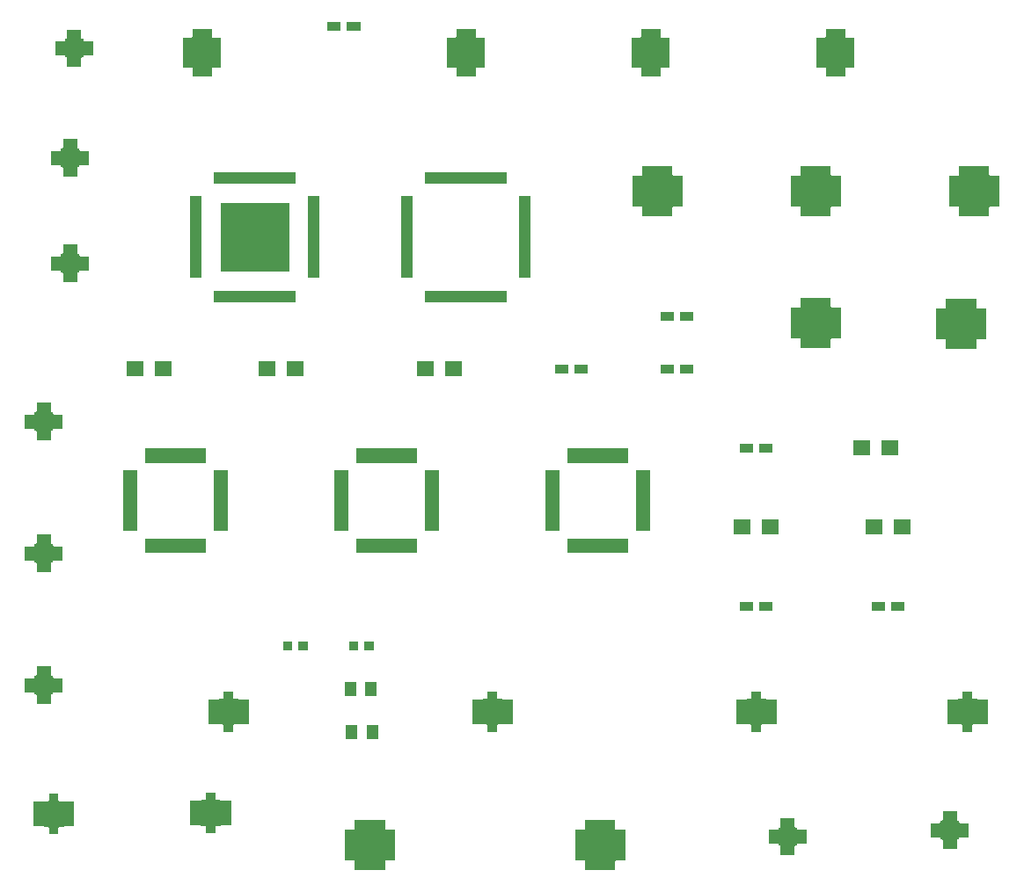
<source format=gbr>
G04 #@! TF.GenerationSoftware,KiCad,Pcbnew,(5.1.5)-3*
G04 #@! TF.CreationDate,2020-04-26T20:22:25+03:00*
G04 #@! TF.ProjectId,PCB soldering test board,50434220-736f-46c6-9465-72696e672074,rev?*
G04 #@! TF.SameCoordinates,Original*
G04 #@! TF.FileFunction,Soldermask,Top*
G04 #@! TF.FilePolarity,Negative*
%FSLAX46Y46*%
G04 Gerber Fmt 4.6, Leading zero omitted, Abs format (unit mm)*
G04 Created by KiCad (PCBNEW (5.1.5)-3) date 2020-04-26 20:22:25*
%MOMM*%
%LPD*%
G04 APERTURE LIST*
%ADD10C,0.100000*%
G04 APERTURE END LIST*
D10*
G36*
X118522140Y-120504021D02*
G01*
X118524542Y-120528407D01*
X118531655Y-120551856D01*
X118543206Y-120573467D01*
X118558751Y-120592409D01*
X118577693Y-120607954D01*
X118599304Y-120619505D01*
X118622753Y-120626618D01*
X118647139Y-120629020D01*
X119497140Y-120629020D01*
X119497140Y-123531020D01*
X118647139Y-123531020D01*
X118622753Y-123533422D01*
X118599304Y-123540535D01*
X118577693Y-123552086D01*
X118558751Y-123567631D01*
X118543206Y-123586573D01*
X118531655Y-123608184D01*
X118524542Y-123631633D01*
X118522140Y-123656019D01*
X118522140Y-124506020D01*
X115620140Y-124506020D01*
X115620140Y-123656019D01*
X115617738Y-123631633D01*
X115610625Y-123608184D01*
X115599074Y-123586573D01*
X115583529Y-123567631D01*
X115564587Y-123552086D01*
X115542976Y-123540535D01*
X115519527Y-123533422D01*
X115495141Y-123531020D01*
X114645140Y-123531020D01*
X114645140Y-120629020D01*
X115495141Y-120629020D01*
X115519527Y-120626618D01*
X115542976Y-120619505D01*
X115564587Y-120607954D01*
X115583529Y-120592409D01*
X115599074Y-120573467D01*
X115610625Y-120551856D01*
X115617738Y-120528407D01*
X115620140Y-120504021D01*
X115620140Y-119654020D01*
X118522140Y-119654020D01*
X118522140Y-120504021D01*
G37*
G36*
X96347940Y-120504021D02*
G01*
X96350342Y-120528407D01*
X96357455Y-120551856D01*
X96369006Y-120573467D01*
X96384551Y-120592409D01*
X96403493Y-120607954D01*
X96425104Y-120619505D01*
X96448553Y-120626618D01*
X96472939Y-120629020D01*
X97322940Y-120629020D01*
X97322940Y-123531020D01*
X96472939Y-123531020D01*
X96448553Y-123533422D01*
X96425104Y-123540535D01*
X96403493Y-123552086D01*
X96384551Y-123567631D01*
X96369006Y-123586573D01*
X96357455Y-123608184D01*
X96350342Y-123631633D01*
X96347940Y-123656019D01*
X96347940Y-124506020D01*
X93445940Y-124506020D01*
X93445940Y-123656019D01*
X93443538Y-123631633D01*
X93436425Y-123608184D01*
X93424874Y-123586573D01*
X93409329Y-123567631D01*
X93390387Y-123552086D01*
X93368776Y-123540535D01*
X93345327Y-123533422D01*
X93320941Y-123531020D01*
X92470940Y-123531020D01*
X92470940Y-120629020D01*
X93320941Y-120629020D01*
X93345327Y-120626618D01*
X93368776Y-120619505D01*
X93390387Y-120607954D01*
X93409329Y-120592409D01*
X93424874Y-120573467D01*
X93436425Y-120551856D01*
X93443538Y-120528407D01*
X93445940Y-120504021D01*
X93445940Y-119654020D01*
X96347940Y-119654020D01*
X96347940Y-120504021D01*
G37*
G36*
X135788760Y-120258601D02*
G01*
X135791162Y-120282987D01*
X135798275Y-120306436D01*
X135809826Y-120328047D01*
X135825371Y-120346989D01*
X135844313Y-120362534D01*
X135865924Y-120374085D01*
X135889373Y-120381198D01*
X135913759Y-120383600D01*
X135988760Y-120383600D01*
X135988760Y-120458601D01*
X135991162Y-120482987D01*
X135998275Y-120506436D01*
X136009826Y-120528047D01*
X136025371Y-120546989D01*
X136044313Y-120562534D01*
X136065924Y-120574085D01*
X136089373Y-120581198D01*
X136113759Y-120583600D01*
X136913760Y-120583600D01*
X136913760Y-121935600D01*
X136113759Y-121935600D01*
X136089373Y-121938002D01*
X136065924Y-121945115D01*
X136044313Y-121956666D01*
X136025371Y-121972211D01*
X136009826Y-121991153D01*
X135998275Y-122012764D01*
X135991162Y-122036213D01*
X135988760Y-122060599D01*
X135988760Y-122135600D01*
X135913759Y-122135600D01*
X135889373Y-122138002D01*
X135865924Y-122145115D01*
X135844313Y-122156666D01*
X135825371Y-122172211D01*
X135809826Y-122191153D01*
X135798275Y-122212764D01*
X135791162Y-122236213D01*
X135788760Y-122260599D01*
X135788760Y-123060600D01*
X134436760Y-123060600D01*
X134436760Y-122260599D01*
X134434358Y-122236213D01*
X134427245Y-122212764D01*
X134415694Y-122191153D01*
X134400149Y-122172211D01*
X134381207Y-122156666D01*
X134359596Y-122145115D01*
X134336147Y-122138002D01*
X134311761Y-122135600D01*
X134236760Y-122135600D01*
X134236760Y-122060599D01*
X134234358Y-122036213D01*
X134227245Y-122012764D01*
X134215694Y-121991153D01*
X134200149Y-121972211D01*
X134181207Y-121956666D01*
X134159596Y-121945115D01*
X134136147Y-121938002D01*
X134111761Y-121935600D01*
X133311760Y-121935600D01*
X133311760Y-120583600D01*
X134111761Y-120583600D01*
X134136147Y-120581198D01*
X134159596Y-120574085D01*
X134181207Y-120562534D01*
X134200149Y-120546989D01*
X134215694Y-120528047D01*
X134227245Y-120506436D01*
X134234358Y-120482987D01*
X134236760Y-120458601D01*
X134236760Y-120383600D01*
X134311761Y-120383600D01*
X134336147Y-120381198D01*
X134359596Y-120374085D01*
X134381207Y-120362534D01*
X134400149Y-120346989D01*
X134415694Y-120328047D01*
X134427245Y-120306436D01*
X134434358Y-120282987D01*
X134436760Y-120258601D01*
X134436760Y-119458600D01*
X135788760Y-119458600D01*
X135788760Y-120258601D01*
G37*
G36*
X151379280Y-119636301D02*
G01*
X151381682Y-119660687D01*
X151388795Y-119684136D01*
X151400346Y-119705747D01*
X151415891Y-119724689D01*
X151434833Y-119740234D01*
X151456444Y-119751785D01*
X151479893Y-119758898D01*
X151504279Y-119761300D01*
X151579280Y-119761300D01*
X151579280Y-119836301D01*
X151581682Y-119860687D01*
X151588795Y-119884136D01*
X151600346Y-119905747D01*
X151615891Y-119924689D01*
X151634833Y-119940234D01*
X151656444Y-119951785D01*
X151679893Y-119958898D01*
X151704279Y-119961300D01*
X152504280Y-119961300D01*
X152504280Y-121313300D01*
X151704279Y-121313300D01*
X151679893Y-121315702D01*
X151656444Y-121322815D01*
X151634833Y-121334366D01*
X151615891Y-121349911D01*
X151600346Y-121368853D01*
X151588795Y-121390464D01*
X151581682Y-121413913D01*
X151579280Y-121438299D01*
X151579280Y-121513300D01*
X151504279Y-121513300D01*
X151479893Y-121515702D01*
X151456444Y-121522815D01*
X151434833Y-121534366D01*
X151415891Y-121549911D01*
X151400346Y-121568853D01*
X151388795Y-121590464D01*
X151381682Y-121613913D01*
X151379280Y-121638299D01*
X151379280Y-122438300D01*
X150027280Y-122438300D01*
X150027280Y-121638299D01*
X150024878Y-121613913D01*
X150017765Y-121590464D01*
X150006214Y-121568853D01*
X149990669Y-121549911D01*
X149971727Y-121534366D01*
X149950116Y-121522815D01*
X149926667Y-121515702D01*
X149902281Y-121513300D01*
X149827280Y-121513300D01*
X149827280Y-121438299D01*
X149824878Y-121413913D01*
X149817765Y-121390464D01*
X149806214Y-121368853D01*
X149790669Y-121349911D01*
X149771727Y-121334366D01*
X149750116Y-121322815D01*
X149726667Y-121315702D01*
X149702281Y-121313300D01*
X148902280Y-121313300D01*
X148902280Y-119961300D01*
X149702281Y-119961300D01*
X149726667Y-119958898D01*
X149750116Y-119951785D01*
X149771727Y-119940234D01*
X149790669Y-119924689D01*
X149806214Y-119905747D01*
X149817765Y-119884136D01*
X149824878Y-119860687D01*
X149827280Y-119836301D01*
X149827280Y-119761300D01*
X149902281Y-119761300D01*
X149926667Y-119758898D01*
X149950116Y-119751785D01*
X149971727Y-119740234D01*
X149990669Y-119724689D01*
X150006214Y-119705747D01*
X150017765Y-119684136D01*
X150024878Y-119660687D01*
X150027280Y-119636301D01*
X150027280Y-118836300D01*
X151379280Y-118836300D01*
X151379280Y-119636301D01*
G37*
G36*
X64913820Y-117722061D02*
G01*
X64916222Y-117746447D01*
X64923335Y-117769896D01*
X64934886Y-117791507D01*
X64950431Y-117810449D01*
X64969373Y-117825994D01*
X64990984Y-117837545D01*
X65014433Y-117844658D01*
X65038819Y-117847060D01*
X65367509Y-117847060D01*
X65369886Y-117851507D01*
X65385431Y-117870449D01*
X65404373Y-117885994D01*
X65425984Y-117897545D01*
X65449433Y-117904658D01*
X65473819Y-117907060D01*
X66423820Y-117907060D01*
X66423820Y-120289060D01*
X65473819Y-120289060D01*
X65449433Y-120291462D01*
X65425984Y-120298575D01*
X65404373Y-120310126D01*
X65385431Y-120325671D01*
X65369886Y-120344613D01*
X65367509Y-120349060D01*
X65038819Y-120349060D01*
X65014433Y-120351462D01*
X64990984Y-120358575D01*
X64969373Y-120370126D01*
X64950431Y-120385671D01*
X64934886Y-120404613D01*
X64923335Y-120426224D01*
X64916222Y-120449673D01*
X64913820Y-120474059D01*
X64913820Y-121049060D01*
X64031820Y-121049060D01*
X64031820Y-120474059D01*
X64029418Y-120449673D01*
X64022305Y-120426224D01*
X64010754Y-120404613D01*
X63995209Y-120385671D01*
X63976267Y-120370126D01*
X63954656Y-120358575D01*
X63931207Y-120351462D01*
X63906821Y-120349060D01*
X63578131Y-120349060D01*
X63575754Y-120344613D01*
X63560209Y-120325671D01*
X63541267Y-120310126D01*
X63519656Y-120298575D01*
X63496207Y-120291462D01*
X63471821Y-120289060D01*
X62521820Y-120289060D01*
X62521820Y-117907060D01*
X63471821Y-117907060D01*
X63496207Y-117904658D01*
X63519656Y-117897545D01*
X63541267Y-117885994D01*
X63560209Y-117870449D01*
X63575754Y-117851507D01*
X63578131Y-117847060D01*
X63906821Y-117847060D01*
X63931207Y-117844658D01*
X63954656Y-117837545D01*
X63976267Y-117825994D01*
X63995209Y-117810449D01*
X64010754Y-117791507D01*
X64022305Y-117769896D01*
X64029418Y-117746447D01*
X64031820Y-117722061D01*
X64031820Y-117147060D01*
X64913820Y-117147060D01*
X64913820Y-117722061D01*
G37*
G36*
X80021740Y-117625541D02*
G01*
X80024142Y-117649927D01*
X80031255Y-117673376D01*
X80042806Y-117694987D01*
X80058351Y-117713929D01*
X80077293Y-117729474D01*
X80098904Y-117741025D01*
X80122353Y-117748138D01*
X80146739Y-117750540D01*
X80475429Y-117750540D01*
X80477806Y-117754987D01*
X80493351Y-117773929D01*
X80512293Y-117789474D01*
X80533904Y-117801025D01*
X80557353Y-117808138D01*
X80581739Y-117810540D01*
X81531740Y-117810540D01*
X81531740Y-120192540D01*
X80581739Y-120192540D01*
X80557353Y-120194942D01*
X80533904Y-120202055D01*
X80512293Y-120213606D01*
X80493351Y-120229151D01*
X80477806Y-120248093D01*
X80475429Y-120252540D01*
X80146739Y-120252540D01*
X80122353Y-120254942D01*
X80098904Y-120262055D01*
X80077293Y-120273606D01*
X80058351Y-120289151D01*
X80042806Y-120308093D01*
X80031255Y-120329704D01*
X80024142Y-120353153D01*
X80021740Y-120377539D01*
X80021740Y-120952540D01*
X79139740Y-120952540D01*
X79139740Y-120377539D01*
X79137338Y-120353153D01*
X79130225Y-120329704D01*
X79118674Y-120308093D01*
X79103129Y-120289151D01*
X79084187Y-120273606D01*
X79062576Y-120262055D01*
X79039127Y-120254942D01*
X79014741Y-120252540D01*
X78686051Y-120252540D01*
X78683674Y-120248093D01*
X78668129Y-120229151D01*
X78649187Y-120213606D01*
X78627576Y-120202055D01*
X78604127Y-120194942D01*
X78579741Y-120192540D01*
X77629740Y-120192540D01*
X77629740Y-117810540D01*
X78579741Y-117810540D01*
X78604127Y-117808138D01*
X78627576Y-117801025D01*
X78649187Y-117789474D01*
X78668129Y-117773929D01*
X78683674Y-117754987D01*
X78686051Y-117750540D01*
X79014741Y-117750540D01*
X79039127Y-117748138D01*
X79062576Y-117741025D01*
X79084187Y-117729474D01*
X79103129Y-117713929D01*
X79118674Y-117694987D01*
X79130225Y-117673376D01*
X79137338Y-117649927D01*
X79139740Y-117625541D01*
X79139740Y-117050540D01*
X80021740Y-117050540D01*
X80021740Y-117625541D01*
G37*
G36*
X93713880Y-111864500D02*
G01*
X92611880Y-111864500D01*
X92611880Y-110512500D01*
X93713880Y-110512500D01*
X93713880Y-111864500D01*
G37*
G36*
X95713880Y-111864500D02*
G01*
X94611880Y-111864500D01*
X94611880Y-110512500D01*
X95713880Y-110512500D01*
X95713880Y-111864500D01*
G37*
G36*
X152841000Y-107844001D02*
G01*
X152843402Y-107868387D01*
X152850515Y-107891836D01*
X152862066Y-107913447D01*
X152877611Y-107932389D01*
X152896553Y-107947934D01*
X152918164Y-107959485D01*
X152941613Y-107966598D01*
X152965999Y-107969000D01*
X153294689Y-107969000D01*
X153297066Y-107973447D01*
X153312611Y-107992389D01*
X153331553Y-108007934D01*
X153353164Y-108019485D01*
X153376613Y-108026598D01*
X153400999Y-108029000D01*
X154351000Y-108029000D01*
X154351000Y-110411000D01*
X153400999Y-110411000D01*
X153376613Y-110413402D01*
X153353164Y-110420515D01*
X153331553Y-110432066D01*
X153312611Y-110447611D01*
X153297066Y-110466553D01*
X153294689Y-110471000D01*
X152965999Y-110471000D01*
X152941613Y-110473402D01*
X152918164Y-110480515D01*
X152896553Y-110492066D01*
X152877611Y-110507611D01*
X152862066Y-110526553D01*
X152850515Y-110548164D01*
X152843402Y-110571613D01*
X152841000Y-110595999D01*
X152841000Y-111171000D01*
X151959000Y-111171000D01*
X151959000Y-110595999D01*
X151956598Y-110571613D01*
X151949485Y-110548164D01*
X151937934Y-110526553D01*
X151922389Y-110507611D01*
X151903447Y-110492066D01*
X151881836Y-110480515D01*
X151858387Y-110473402D01*
X151834001Y-110471000D01*
X151505311Y-110471000D01*
X151502934Y-110466553D01*
X151487389Y-110447611D01*
X151468447Y-110432066D01*
X151446836Y-110420515D01*
X151423387Y-110413402D01*
X151399001Y-110411000D01*
X150449000Y-110411000D01*
X150449000Y-108029000D01*
X151399001Y-108029000D01*
X151423387Y-108026598D01*
X151446836Y-108019485D01*
X151468447Y-108007934D01*
X151487389Y-107992389D01*
X151502934Y-107973447D01*
X151505311Y-107969000D01*
X151834001Y-107969000D01*
X151858387Y-107966598D01*
X151881836Y-107959485D01*
X151903447Y-107947934D01*
X151922389Y-107932389D01*
X151937934Y-107913447D01*
X151949485Y-107891836D01*
X151956598Y-107868387D01*
X151959000Y-107844001D01*
X151959000Y-107269000D01*
X152841000Y-107269000D01*
X152841000Y-107844001D01*
G37*
G36*
X81721000Y-107844001D02*
G01*
X81723402Y-107868387D01*
X81730515Y-107891836D01*
X81742066Y-107913447D01*
X81757611Y-107932389D01*
X81776553Y-107947934D01*
X81798164Y-107959485D01*
X81821613Y-107966598D01*
X81845999Y-107969000D01*
X82174689Y-107969000D01*
X82177066Y-107973447D01*
X82192611Y-107992389D01*
X82211553Y-108007934D01*
X82233164Y-108019485D01*
X82256613Y-108026598D01*
X82280999Y-108029000D01*
X83231000Y-108029000D01*
X83231000Y-110411000D01*
X82280999Y-110411000D01*
X82256613Y-110413402D01*
X82233164Y-110420515D01*
X82211553Y-110432066D01*
X82192611Y-110447611D01*
X82177066Y-110466553D01*
X82174689Y-110471000D01*
X81845999Y-110471000D01*
X81821613Y-110473402D01*
X81798164Y-110480515D01*
X81776553Y-110492066D01*
X81757611Y-110507611D01*
X81742066Y-110526553D01*
X81730515Y-110548164D01*
X81723402Y-110571613D01*
X81721000Y-110595999D01*
X81721000Y-111171000D01*
X80839000Y-111171000D01*
X80839000Y-110595999D01*
X80836598Y-110571613D01*
X80829485Y-110548164D01*
X80817934Y-110526553D01*
X80802389Y-110507611D01*
X80783447Y-110492066D01*
X80761836Y-110480515D01*
X80738387Y-110473402D01*
X80714001Y-110471000D01*
X80385311Y-110471000D01*
X80382934Y-110466553D01*
X80367389Y-110447611D01*
X80348447Y-110432066D01*
X80326836Y-110420515D01*
X80303387Y-110413402D01*
X80279001Y-110411000D01*
X79329000Y-110411000D01*
X79329000Y-108029000D01*
X80279001Y-108029000D01*
X80303387Y-108026598D01*
X80326836Y-108019485D01*
X80348447Y-108007934D01*
X80367389Y-107992389D01*
X80382934Y-107973447D01*
X80385311Y-107969000D01*
X80714001Y-107969000D01*
X80738387Y-107966598D01*
X80761836Y-107959485D01*
X80783447Y-107947934D01*
X80802389Y-107932389D01*
X80817934Y-107913447D01*
X80829485Y-107891836D01*
X80836598Y-107868387D01*
X80839000Y-107844001D01*
X80839000Y-107269000D01*
X81721000Y-107269000D01*
X81721000Y-107844001D01*
G37*
G36*
X107121000Y-107844001D02*
G01*
X107123402Y-107868387D01*
X107130515Y-107891836D01*
X107142066Y-107913447D01*
X107157611Y-107932389D01*
X107176553Y-107947934D01*
X107198164Y-107959485D01*
X107221613Y-107966598D01*
X107245999Y-107969000D01*
X107574689Y-107969000D01*
X107577066Y-107973447D01*
X107592611Y-107992389D01*
X107611553Y-108007934D01*
X107633164Y-108019485D01*
X107656613Y-108026598D01*
X107680999Y-108029000D01*
X108631000Y-108029000D01*
X108631000Y-110411000D01*
X107680999Y-110411000D01*
X107656613Y-110413402D01*
X107633164Y-110420515D01*
X107611553Y-110432066D01*
X107592611Y-110447611D01*
X107577066Y-110466553D01*
X107574689Y-110471000D01*
X107245999Y-110471000D01*
X107221613Y-110473402D01*
X107198164Y-110480515D01*
X107176553Y-110492066D01*
X107157611Y-110507611D01*
X107142066Y-110526553D01*
X107130515Y-110548164D01*
X107123402Y-110571613D01*
X107121000Y-110595999D01*
X107121000Y-111171000D01*
X106239000Y-111171000D01*
X106239000Y-110595999D01*
X106236598Y-110571613D01*
X106229485Y-110548164D01*
X106217934Y-110526553D01*
X106202389Y-110507611D01*
X106183447Y-110492066D01*
X106161836Y-110480515D01*
X106138387Y-110473402D01*
X106114001Y-110471000D01*
X105785311Y-110471000D01*
X105782934Y-110466553D01*
X105767389Y-110447611D01*
X105748447Y-110432066D01*
X105726836Y-110420515D01*
X105703387Y-110413402D01*
X105679001Y-110411000D01*
X104729000Y-110411000D01*
X104729000Y-108029000D01*
X105679001Y-108029000D01*
X105703387Y-108026598D01*
X105726836Y-108019485D01*
X105748447Y-108007934D01*
X105767389Y-107992389D01*
X105782934Y-107973447D01*
X105785311Y-107969000D01*
X106114001Y-107969000D01*
X106138387Y-107966598D01*
X106161836Y-107959485D01*
X106183447Y-107947934D01*
X106202389Y-107932389D01*
X106217934Y-107913447D01*
X106229485Y-107891836D01*
X106236598Y-107868387D01*
X106239000Y-107844001D01*
X106239000Y-107269000D01*
X107121000Y-107269000D01*
X107121000Y-107844001D01*
G37*
G36*
X132521000Y-107844001D02*
G01*
X132523402Y-107868387D01*
X132530515Y-107891836D01*
X132542066Y-107913447D01*
X132557611Y-107932389D01*
X132576553Y-107947934D01*
X132598164Y-107959485D01*
X132621613Y-107966598D01*
X132645999Y-107969000D01*
X132974689Y-107969000D01*
X132977066Y-107973447D01*
X132992611Y-107992389D01*
X133011553Y-108007934D01*
X133033164Y-108019485D01*
X133056613Y-108026598D01*
X133080999Y-108029000D01*
X134031000Y-108029000D01*
X134031000Y-110411000D01*
X133080999Y-110411000D01*
X133056613Y-110413402D01*
X133033164Y-110420515D01*
X133011553Y-110432066D01*
X132992611Y-110447611D01*
X132977066Y-110466553D01*
X132974689Y-110471000D01*
X132645999Y-110471000D01*
X132621613Y-110473402D01*
X132598164Y-110480515D01*
X132576553Y-110492066D01*
X132557611Y-110507611D01*
X132542066Y-110526553D01*
X132530515Y-110548164D01*
X132523402Y-110571613D01*
X132521000Y-110595999D01*
X132521000Y-111171000D01*
X131639000Y-111171000D01*
X131639000Y-110595999D01*
X131636598Y-110571613D01*
X131629485Y-110548164D01*
X131617934Y-110526553D01*
X131602389Y-110507611D01*
X131583447Y-110492066D01*
X131561836Y-110480515D01*
X131538387Y-110473402D01*
X131514001Y-110471000D01*
X131185311Y-110471000D01*
X131182934Y-110466553D01*
X131167389Y-110447611D01*
X131148447Y-110432066D01*
X131126836Y-110420515D01*
X131103387Y-110413402D01*
X131079001Y-110411000D01*
X130129000Y-110411000D01*
X130129000Y-108029000D01*
X131079001Y-108029000D01*
X131103387Y-108026598D01*
X131126836Y-108019485D01*
X131148447Y-108007934D01*
X131167389Y-107992389D01*
X131182934Y-107973447D01*
X131185311Y-107969000D01*
X131514001Y-107969000D01*
X131538387Y-107966598D01*
X131561836Y-107959485D01*
X131583447Y-107947934D01*
X131602389Y-107932389D01*
X131617934Y-107913447D01*
X131629485Y-107891836D01*
X131636598Y-107868387D01*
X131639000Y-107844001D01*
X131639000Y-107269000D01*
X132521000Y-107269000D01*
X132521000Y-107844001D01*
G37*
G36*
X64176000Y-105679001D02*
G01*
X64178402Y-105703387D01*
X64185515Y-105726836D01*
X64197066Y-105748447D01*
X64212611Y-105767389D01*
X64231553Y-105782934D01*
X64253164Y-105794485D01*
X64276613Y-105801598D01*
X64300999Y-105804000D01*
X64376000Y-105804000D01*
X64376000Y-105879001D01*
X64378402Y-105903387D01*
X64385515Y-105926836D01*
X64397066Y-105948447D01*
X64412611Y-105967389D01*
X64431553Y-105982934D01*
X64453164Y-105994485D01*
X64476613Y-106001598D01*
X64500999Y-106004000D01*
X65301000Y-106004000D01*
X65301000Y-107356000D01*
X64500999Y-107356000D01*
X64476613Y-107358402D01*
X64453164Y-107365515D01*
X64431553Y-107377066D01*
X64412611Y-107392611D01*
X64397066Y-107411553D01*
X64385515Y-107433164D01*
X64378402Y-107456613D01*
X64376000Y-107480999D01*
X64376000Y-107556000D01*
X64300999Y-107556000D01*
X64276613Y-107558402D01*
X64253164Y-107565515D01*
X64231553Y-107577066D01*
X64212611Y-107592611D01*
X64197066Y-107611553D01*
X64185515Y-107633164D01*
X64178402Y-107656613D01*
X64176000Y-107680999D01*
X64176000Y-108481000D01*
X62824000Y-108481000D01*
X62824000Y-107680999D01*
X62821598Y-107656613D01*
X62814485Y-107633164D01*
X62802934Y-107611553D01*
X62787389Y-107592611D01*
X62768447Y-107577066D01*
X62746836Y-107565515D01*
X62723387Y-107558402D01*
X62699001Y-107556000D01*
X62624000Y-107556000D01*
X62624000Y-107480999D01*
X62621598Y-107456613D01*
X62614485Y-107433164D01*
X62602934Y-107411553D01*
X62587389Y-107392611D01*
X62568447Y-107377066D01*
X62546836Y-107365515D01*
X62523387Y-107358402D01*
X62499001Y-107356000D01*
X61699000Y-107356000D01*
X61699000Y-106004000D01*
X62499001Y-106004000D01*
X62523387Y-106001598D01*
X62546836Y-105994485D01*
X62568447Y-105982934D01*
X62587389Y-105967389D01*
X62602934Y-105948447D01*
X62614485Y-105926836D01*
X62621598Y-105903387D01*
X62624000Y-105879001D01*
X62624000Y-105804000D01*
X62699001Y-105804000D01*
X62723387Y-105801598D01*
X62746836Y-105794485D01*
X62768447Y-105782934D01*
X62787389Y-105767389D01*
X62802934Y-105748447D01*
X62814485Y-105726836D01*
X62821598Y-105703387D01*
X62824000Y-105679001D01*
X62824000Y-104879000D01*
X64176000Y-104879000D01*
X64176000Y-105679001D01*
G37*
G36*
X93574180Y-107737000D02*
G01*
X92472180Y-107737000D01*
X92472180Y-106385000D01*
X93574180Y-106385000D01*
X93574180Y-107737000D01*
G37*
G36*
X95574180Y-107737000D02*
G01*
X94472180Y-107737000D01*
X94472180Y-106385000D01*
X95574180Y-106385000D01*
X95574180Y-107737000D01*
G37*
G36*
X93792760Y-103359500D02*
G01*
X92890760Y-103359500D01*
X92890760Y-102507500D01*
X93792760Y-102507500D01*
X93792760Y-103359500D01*
G37*
G36*
X95292760Y-103359500D02*
G01*
X94390760Y-103359500D01*
X94390760Y-102507500D01*
X95292760Y-102507500D01*
X95292760Y-103359500D01*
G37*
G36*
X88924980Y-103288380D02*
G01*
X88022980Y-103288380D01*
X88022980Y-102436380D01*
X88924980Y-102436380D01*
X88924980Y-103288380D01*
G37*
G36*
X87424980Y-103288380D02*
G01*
X86522980Y-103288380D01*
X86522980Y-102436380D01*
X87424980Y-102436380D01*
X87424980Y-103288380D01*
G37*
G36*
X146381000Y-99486000D02*
G01*
X145079000Y-99486000D01*
X145079000Y-98634000D01*
X146381000Y-98634000D01*
X146381000Y-99486000D01*
G37*
G36*
X144481000Y-99486000D02*
G01*
X143179000Y-99486000D01*
X143179000Y-98634000D01*
X144481000Y-98634000D01*
X144481000Y-99486000D01*
G37*
G36*
X133681000Y-99486000D02*
G01*
X132379000Y-99486000D01*
X132379000Y-98634000D01*
X133681000Y-98634000D01*
X133681000Y-99486000D01*
G37*
G36*
X131781000Y-99486000D02*
G01*
X130479000Y-99486000D01*
X130479000Y-98634000D01*
X131781000Y-98634000D01*
X131781000Y-99486000D01*
G37*
G36*
X64176000Y-92979001D02*
G01*
X64178402Y-93003387D01*
X64185515Y-93026836D01*
X64197066Y-93048447D01*
X64212611Y-93067389D01*
X64231553Y-93082934D01*
X64253164Y-93094485D01*
X64276613Y-93101598D01*
X64300999Y-93104000D01*
X64376000Y-93104000D01*
X64376000Y-93179001D01*
X64378402Y-93203387D01*
X64385515Y-93226836D01*
X64397066Y-93248447D01*
X64412611Y-93267389D01*
X64431553Y-93282934D01*
X64453164Y-93294485D01*
X64476613Y-93301598D01*
X64500999Y-93304000D01*
X65301000Y-93304000D01*
X65301000Y-94656000D01*
X64500999Y-94656000D01*
X64476613Y-94658402D01*
X64453164Y-94665515D01*
X64431553Y-94677066D01*
X64412611Y-94692611D01*
X64397066Y-94711553D01*
X64385515Y-94733164D01*
X64378402Y-94756613D01*
X64376000Y-94780999D01*
X64376000Y-94856000D01*
X64300999Y-94856000D01*
X64276613Y-94858402D01*
X64253164Y-94865515D01*
X64231553Y-94877066D01*
X64212611Y-94892611D01*
X64197066Y-94911553D01*
X64185515Y-94933164D01*
X64178402Y-94956613D01*
X64176000Y-94980999D01*
X64176000Y-95781000D01*
X62824000Y-95781000D01*
X62824000Y-94980999D01*
X62821598Y-94956613D01*
X62814485Y-94933164D01*
X62802934Y-94911553D01*
X62787389Y-94892611D01*
X62768447Y-94877066D01*
X62746836Y-94865515D01*
X62723387Y-94858402D01*
X62699001Y-94856000D01*
X62624000Y-94856000D01*
X62624000Y-94780999D01*
X62621598Y-94756613D01*
X62614485Y-94733164D01*
X62602934Y-94711553D01*
X62587389Y-94692611D01*
X62568447Y-94677066D01*
X62546836Y-94665515D01*
X62523387Y-94658402D01*
X62499001Y-94656000D01*
X61699000Y-94656000D01*
X61699000Y-93304000D01*
X62499001Y-93304000D01*
X62523387Y-93301598D01*
X62546836Y-93294485D01*
X62568447Y-93282934D01*
X62587389Y-93267389D01*
X62602934Y-93248447D01*
X62614485Y-93226836D01*
X62621598Y-93203387D01*
X62624000Y-93179001D01*
X62624000Y-93104000D01*
X62699001Y-93104000D01*
X62723387Y-93101598D01*
X62746836Y-93094485D01*
X62768447Y-93082934D01*
X62787389Y-93067389D01*
X62802934Y-93048447D01*
X62814485Y-93026836D01*
X62821598Y-93003387D01*
X62824000Y-92979001D01*
X62824000Y-92179000D01*
X64176000Y-92179000D01*
X64176000Y-92979001D01*
G37*
G36*
X99446000Y-93951000D02*
G01*
X93594000Y-93951000D01*
X93594000Y-92549000D01*
X99446000Y-92549000D01*
X99446000Y-93951000D01*
G37*
G36*
X119766000Y-93951000D02*
G01*
X113914000Y-93951000D01*
X113914000Y-92549000D01*
X119766000Y-92549000D01*
X119766000Y-93951000D01*
G37*
G36*
X79126000Y-93951000D02*
G01*
X73274000Y-93951000D01*
X73274000Y-92549000D01*
X79126000Y-92549000D01*
X79126000Y-93951000D01*
G37*
G36*
X146931000Y-92141000D02*
G01*
X145329000Y-92141000D01*
X145329000Y-90739000D01*
X146931000Y-90739000D01*
X146931000Y-92141000D01*
G37*
G36*
X131531000Y-92141000D02*
G01*
X129929000Y-92141000D01*
X129929000Y-90739000D01*
X131531000Y-90739000D01*
X131531000Y-92141000D01*
G37*
G36*
X134231000Y-92141000D02*
G01*
X132629000Y-92141000D01*
X132629000Y-90739000D01*
X134231000Y-90739000D01*
X134231000Y-92141000D01*
G37*
G36*
X144231000Y-92141000D02*
G01*
X142629000Y-92141000D01*
X142629000Y-90739000D01*
X144231000Y-90739000D01*
X144231000Y-92141000D01*
G37*
G36*
X72551000Y-91826000D02*
G01*
X71149000Y-91826000D01*
X71149000Y-85974000D01*
X72551000Y-85974000D01*
X72551000Y-91826000D01*
G37*
G36*
X113191000Y-91826000D02*
G01*
X111789000Y-91826000D01*
X111789000Y-85974000D01*
X113191000Y-85974000D01*
X113191000Y-91826000D01*
G37*
G36*
X121891000Y-91826000D02*
G01*
X120489000Y-91826000D01*
X120489000Y-85974000D01*
X121891000Y-85974000D01*
X121891000Y-91826000D01*
G37*
G36*
X101571000Y-91826000D02*
G01*
X100169000Y-91826000D01*
X100169000Y-85974000D01*
X101571000Y-85974000D01*
X101571000Y-91826000D01*
G37*
G36*
X81251000Y-91826000D02*
G01*
X79849000Y-91826000D01*
X79849000Y-85974000D01*
X81251000Y-85974000D01*
X81251000Y-91826000D01*
G37*
G36*
X92871000Y-91826000D02*
G01*
X91469000Y-91826000D01*
X91469000Y-85974000D01*
X92871000Y-85974000D01*
X92871000Y-91826000D01*
G37*
G36*
X99446000Y-85251000D02*
G01*
X93594000Y-85251000D01*
X93594000Y-83849000D01*
X99446000Y-83849000D01*
X99446000Y-85251000D01*
G37*
G36*
X79126000Y-85251000D02*
G01*
X73274000Y-85251000D01*
X73274000Y-83849000D01*
X79126000Y-83849000D01*
X79126000Y-85251000D01*
G37*
G36*
X119766000Y-85251000D02*
G01*
X113914000Y-85251000D01*
X113914000Y-83849000D01*
X119766000Y-83849000D01*
X119766000Y-85251000D01*
G37*
G36*
X145741000Y-84521000D02*
G01*
X144139000Y-84521000D01*
X144139000Y-83119000D01*
X145741000Y-83119000D01*
X145741000Y-84521000D01*
G37*
G36*
X143041000Y-84521000D02*
G01*
X141439000Y-84521000D01*
X141439000Y-83119000D01*
X143041000Y-83119000D01*
X143041000Y-84521000D01*
G37*
G36*
X133681000Y-84246000D02*
G01*
X132379000Y-84246000D01*
X132379000Y-83394000D01*
X133681000Y-83394000D01*
X133681000Y-84246000D01*
G37*
G36*
X131781000Y-84246000D02*
G01*
X130479000Y-84246000D01*
X130479000Y-83394000D01*
X131781000Y-83394000D01*
X131781000Y-84246000D01*
G37*
G36*
X64176000Y-80279001D02*
G01*
X64178402Y-80303387D01*
X64185515Y-80326836D01*
X64197066Y-80348447D01*
X64212611Y-80367389D01*
X64231553Y-80382934D01*
X64253164Y-80394485D01*
X64276613Y-80401598D01*
X64300999Y-80404000D01*
X64376000Y-80404000D01*
X64376000Y-80479001D01*
X64378402Y-80503387D01*
X64385515Y-80526836D01*
X64397066Y-80548447D01*
X64412611Y-80567389D01*
X64431553Y-80582934D01*
X64453164Y-80594485D01*
X64476613Y-80601598D01*
X64500999Y-80604000D01*
X65301000Y-80604000D01*
X65301000Y-81956000D01*
X64500999Y-81956000D01*
X64476613Y-81958402D01*
X64453164Y-81965515D01*
X64431553Y-81977066D01*
X64412611Y-81992611D01*
X64397066Y-82011553D01*
X64385515Y-82033164D01*
X64378402Y-82056613D01*
X64376000Y-82080999D01*
X64376000Y-82156000D01*
X64300999Y-82156000D01*
X64276613Y-82158402D01*
X64253164Y-82165515D01*
X64231553Y-82177066D01*
X64212611Y-82192611D01*
X64197066Y-82211553D01*
X64185515Y-82233164D01*
X64178402Y-82256613D01*
X64176000Y-82280999D01*
X64176000Y-83081000D01*
X62824000Y-83081000D01*
X62824000Y-82280999D01*
X62821598Y-82256613D01*
X62814485Y-82233164D01*
X62802934Y-82211553D01*
X62787389Y-82192611D01*
X62768447Y-82177066D01*
X62746836Y-82165515D01*
X62723387Y-82158402D01*
X62699001Y-82156000D01*
X62624000Y-82156000D01*
X62624000Y-82080999D01*
X62621598Y-82056613D01*
X62614485Y-82033164D01*
X62602934Y-82011553D01*
X62587389Y-81992611D01*
X62568447Y-81977066D01*
X62546836Y-81965515D01*
X62523387Y-81958402D01*
X62499001Y-81956000D01*
X61699000Y-81956000D01*
X61699000Y-80604000D01*
X62499001Y-80604000D01*
X62523387Y-80601598D01*
X62546836Y-80594485D01*
X62568447Y-80582934D01*
X62587389Y-80567389D01*
X62602934Y-80548447D01*
X62614485Y-80526836D01*
X62621598Y-80503387D01*
X62624000Y-80479001D01*
X62624000Y-80404000D01*
X62699001Y-80404000D01*
X62723387Y-80401598D01*
X62746836Y-80394485D01*
X62768447Y-80382934D01*
X62787389Y-80367389D01*
X62802934Y-80348447D01*
X62814485Y-80326836D01*
X62821598Y-80303387D01*
X62824000Y-80279001D01*
X62824000Y-79479000D01*
X64176000Y-79479000D01*
X64176000Y-80279001D01*
G37*
G36*
X101051000Y-76901000D02*
G01*
X99449000Y-76901000D01*
X99449000Y-75499000D01*
X101051000Y-75499000D01*
X101051000Y-76901000D01*
G37*
G36*
X73111000Y-76901000D02*
G01*
X71509000Y-76901000D01*
X71509000Y-75499000D01*
X73111000Y-75499000D01*
X73111000Y-76901000D01*
G37*
G36*
X75811000Y-76901000D02*
G01*
X74209000Y-76901000D01*
X74209000Y-75499000D01*
X75811000Y-75499000D01*
X75811000Y-76901000D01*
G37*
G36*
X85811000Y-76901000D02*
G01*
X84209000Y-76901000D01*
X84209000Y-75499000D01*
X85811000Y-75499000D01*
X85811000Y-76901000D01*
G37*
G36*
X88511000Y-76901000D02*
G01*
X86909000Y-76901000D01*
X86909000Y-75499000D01*
X88511000Y-75499000D01*
X88511000Y-76901000D01*
G37*
G36*
X103751000Y-76901000D02*
G01*
X102149000Y-76901000D01*
X102149000Y-75499000D01*
X103751000Y-75499000D01*
X103751000Y-76901000D01*
G37*
G36*
X115901000Y-76626000D02*
G01*
X114599000Y-76626000D01*
X114599000Y-75774000D01*
X115901000Y-75774000D01*
X115901000Y-76626000D01*
G37*
G36*
X126061000Y-76626000D02*
G01*
X124759000Y-76626000D01*
X124759000Y-75774000D01*
X126061000Y-75774000D01*
X126061000Y-76626000D01*
G37*
G36*
X114001000Y-76626000D02*
G01*
X112699000Y-76626000D01*
X112699000Y-75774000D01*
X114001000Y-75774000D01*
X114001000Y-76626000D01*
G37*
G36*
X124161000Y-76626000D02*
G01*
X122859000Y-76626000D01*
X122859000Y-75774000D01*
X124161000Y-75774000D01*
X124161000Y-76626000D01*
G37*
G36*
X153261000Y-70294001D02*
G01*
X153263402Y-70318387D01*
X153270515Y-70341836D01*
X153282066Y-70363447D01*
X153297611Y-70382389D01*
X153316553Y-70397934D01*
X153338164Y-70409485D01*
X153361613Y-70416598D01*
X153385999Y-70419000D01*
X154236000Y-70419000D01*
X154236000Y-73321000D01*
X153385999Y-73321000D01*
X153361613Y-73323402D01*
X153338164Y-73330515D01*
X153316553Y-73342066D01*
X153297611Y-73357611D01*
X153282066Y-73376553D01*
X153270515Y-73398164D01*
X153263402Y-73421613D01*
X153261000Y-73445999D01*
X153261000Y-74296000D01*
X150359000Y-74296000D01*
X150359000Y-73445999D01*
X150356598Y-73421613D01*
X150349485Y-73398164D01*
X150337934Y-73376553D01*
X150322389Y-73357611D01*
X150303447Y-73342066D01*
X150281836Y-73330515D01*
X150258387Y-73323402D01*
X150234001Y-73321000D01*
X149384000Y-73321000D01*
X149384000Y-70419000D01*
X150234001Y-70419000D01*
X150258387Y-70416598D01*
X150281836Y-70409485D01*
X150303447Y-70397934D01*
X150322389Y-70382389D01*
X150337934Y-70363447D01*
X150349485Y-70341836D01*
X150356598Y-70318387D01*
X150359000Y-70294001D01*
X150359000Y-69444000D01*
X153261000Y-69444000D01*
X153261000Y-70294001D01*
G37*
G36*
X139261000Y-70194001D02*
G01*
X139263402Y-70218387D01*
X139270515Y-70241836D01*
X139282066Y-70263447D01*
X139297611Y-70282389D01*
X139316553Y-70297934D01*
X139338164Y-70309485D01*
X139361613Y-70316598D01*
X139385999Y-70319000D01*
X140236000Y-70319000D01*
X140236000Y-73221000D01*
X139385999Y-73221000D01*
X139361613Y-73223402D01*
X139338164Y-73230515D01*
X139316553Y-73242066D01*
X139297611Y-73257611D01*
X139282066Y-73276553D01*
X139270515Y-73298164D01*
X139263402Y-73321613D01*
X139261000Y-73345999D01*
X139261000Y-74196000D01*
X136359000Y-74196000D01*
X136359000Y-73345999D01*
X136356598Y-73321613D01*
X136349485Y-73298164D01*
X136337934Y-73276553D01*
X136322389Y-73257611D01*
X136303447Y-73242066D01*
X136281836Y-73230515D01*
X136258387Y-73223402D01*
X136234001Y-73221000D01*
X135384000Y-73221000D01*
X135384000Y-70319000D01*
X136234001Y-70319000D01*
X136258387Y-70316598D01*
X136281836Y-70309485D01*
X136303447Y-70297934D01*
X136322389Y-70282389D01*
X136337934Y-70263447D01*
X136349485Y-70241836D01*
X136356598Y-70218387D01*
X136359000Y-70194001D01*
X136359000Y-69344000D01*
X139261000Y-69344000D01*
X139261000Y-70194001D01*
G37*
G36*
X126061000Y-71546000D02*
G01*
X124759000Y-71546000D01*
X124759000Y-70694000D01*
X126061000Y-70694000D01*
X126061000Y-71546000D01*
G37*
G36*
X124161000Y-71546000D02*
G01*
X122859000Y-71546000D01*
X122859000Y-70694000D01*
X124161000Y-70694000D01*
X124161000Y-71546000D01*
G37*
G36*
X87746000Y-69751000D02*
G01*
X79894000Y-69751000D01*
X79894000Y-68649000D01*
X87746000Y-68649000D01*
X87746000Y-69751000D01*
G37*
G36*
X108066000Y-69751000D02*
G01*
X100214000Y-69751000D01*
X100214000Y-68649000D01*
X108066000Y-68649000D01*
X108066000Y-69751000D01*
G37*
G36*
X66716000Y-65039001D02*
G01*
X66718402Y-65063387D01*
X66725515Y-65086836D01*
X66737066Y-65108447D01*
X66752611Y-65127389D01*
X66771553Y-65142934D01*
X66793164Y-65154485D01*
X66816613Y-65161598D01*
X66840999Y-65164000D01*
X66916000Y-65164000D01*
X66916000Y-65239001D01*
X66918402Y-65263387D01*
X66925515Y-65286836D01*
X66937066Y-65308447D01*
X66952611Y-65327389D01*
X66971553Y-65342934D01*
X66993164Y-65354485D01*
X67016613Y-65361598D01*
X67040999Y-65364000D01*
X67841000Y-65364000D01*
X67841000Y-66716000D01*
X67040999Y-66716000D01*
X67016613Y-66718402D01*
X66993164Y-66725515D01*
X66971553Y-66737066D01*
X66952611Y-66752611D01*
X66937066Y-66771553D01*
X66925515Y-66793164D01*
X66918402Y-66816613D01*
X66916000Y-66840999D01*
X66916000Y-66916000D01*
X66840999Y-66916000D01*
X66816613Y-66918402D01*
X66793164Y-66925515D01*
X66771553Y-66937066D01*
X66752611Y-66952611D01*
X66737066Y-66971553D01*
X66725515Y-66993164D01*
X66718402Y-67016613D01*
X66716000Y-67040999D01*
X66716000Y-67841000D01*
X65364000Y-67841000D01*
X65364000Y-67040999D01*
X65361598Y-67016613D01*
X65354485Y-66993164D01*
X65342934Y-66971553D01*
X65327389Y-66952611D01*
X65308447Y-66937066D01*
X65286836Y-66925515D01*
X65263387Y-66918402D01*
X65239001Y-66916000D01*
X65164000Y-66916000D01*
X65164000Y-66840999D01*
X65161598Y-66816613D01*
X65154485Y-66793164D01*
X65142934Y-66771553D01*
X65127389Y-66752611D01*
X65108447Y-66737066D01*
X65086836Y-66725515D01*
X65063387Y-66718402D01*
X65039001Y-66716000D01*
X64239000Y-66716000D01*
X64239000Y-65364000D01*
X65039001Y-65364000D01*
X65063387Y-65361598D01*
X65086836Y-65354485D01*
X65108447Y-65342934D01*
X65127389Y-65327389D01*
X65142934Y-65308447D01*
X65154485Y-65286836D01*
X65161598Y-65263387D01*
X65164000Y-65239001D01*
X65164000Y-65164000D01*
X65239001Y-65164000D01*
X65263387Y-65161598D01*
X65286836Y-65154485D01*
X65308447Y-65142934D01*
X65327389Y-65127389D01*
X65342934Y-65108447D01*
X65354485Y-65086836D01*
X65361598Y-65063387D01*
X65364000Y-65039001D01*
X65364000Y-64239000D01*
X66716000Y-64239000D01*
X66716000Y-65039001D01*
G37*
G36*
X90071000Y-67426000D02*
G01*
X88969000Y-67426000D01*
X88969000Y-59574000D01*
X90071000Y-59574000D01*
X90071000Y-67426000D01*
G37*
G36*
X78671000Y-67426000D02*
G01*
X77569000Y-67426000D01*
X77569000Y-59574000D01*
X78671000Y-59574000D01*
X78671000Y-67426000D01*
G37*
G36*
X98991000Y-67426000D02*
G01*
X97889000Y-67426000D01*
X97889000Y-59574000D01*
X98991000Y-59574000D01*
X98991000Y-67426000D01*
G37*
G36*
X110391000Y-67426000D02*
G01*
X109289000Y-67426000D01*
X109289000Y-59574000D01*
X110391000Y-59574000D01*
X110391000Y-67426000D01*
G37*
G36*
X87121000Y-66801000D02*
G01*
X80519000Y-66801000D01*
X80519000Y-60199000D01*
X87121000Y-60199000D01*
X87121000Y-66801000D01*
G37*
G36*
X124021000Y-57494001D02*
G01*
X124023402Y-57518387D01*
X124030515Y-57541836D01*
X124042066Y-57563447D01*
X124057611Y-57582389D01*
X124076553Y-57597934D01*
X124098164Y-57609485D01*
X124121613Y-57616598D01*
X124145999Y-57619000D01*
X124996000Y-57619000D01*
X124996000Y-60521000D01*
X124145999Y-60521000D01*
X124121613Y-60523402D01*
X124098164Y-60530515D01*
X124076553Y-60542066D01*
X124057611Y-60557611D01*
X124042066Y-60576553D01*
X124030515Y-60598164D01*
X124023402Y-60621613D01*
X124021000Y-60645999D01*
X124021000Y-61496000D01*
X121119000Y-61496000D01*
X121119000Y-60645999D01*
X121116598Y-60621613D01*
X121109485Y-60598164D01*
X121097934Y-60576553D01*
X121082389Y-60557611D01*
X121063447Y-60542066D01*
X121041836Y-60530515D01*
X121018387Y-60523402D01*
X120994001Y-60521000D01*
X120144000Y-60521000D01*
X120144000Y-57619000D01*
X120994001Y-57619000D01*
X121018387Y-57616598D01*
X121041836Y-57609485D01*
X121063447Y-57597934D01*
X121082389Y-57582389D01*
X121097934Y-57563447D01*
X121109485Y-57541836D01*
X121116598Y-57518387D01*
X121119000Y-57494001D01*
X121119000Y-56644000D01*
X124021000Y-56644000D01*
X124021000Y-57494001D01*
G37*
G36*
X154501000Y-57494001D02*
G01*
X154503402Y-57518387D01*
X154510515Y-57541836D01*
X154522066Y-57563447D01*
X154537611Y-57582389D01*
X154556553Y-57597934D01*
X154578164Y-57609485D01*
X154601613Y-57616598D01*
X154625999Y-57619000D01*
X155476000Y-57619000D01*
X155476000Y-60521000D01*
X154625999Y-60521000D01*
X154601613Y-60523402D01*
X154578164Y-60530515D01*
X154556553Y-60542066D01*
X154537611Y-60557611D01*
X154522066Y-60576553D01*
X154510515Y-60598164D01*
X154503402Y-60621613D01*
X154501000Y-60645999D01*
X154501000Y-61496000D01*
X151599000Y-61496000D01*
X151599000Y-60645999D01*
X151596598Y-60621613D01*
X151589485Y-60598164D01*
X151577934Y-60576553D01*
X151562389Y-60557611D01*
X151543447Y-60542066D01*
X151521836Y-60530515D01*
X151498387Y-60523402D01*
X151474001Y-60521000D01*
X150624000Y-60521000D01*
X150624000Y-57619000D01*
X151474001Y-57619000D01*
X151498387Y-57616598D01*
X151521836Y-57609485D01*
X151543447Y-57597934D01*
X151562389Y-57582389D01*
X151577934Y-57563447D01*
X151589485Y-57541836D01*
X151596598Y-57518387D01*
X151599000Y-57494001D01*
X151599000Y-56644000D01*
X154501000Y-56644000D01*
X154501000Y-57494001D01*
G37*
G36*
X139261000Y-57494001D02*
G01*
X139263402Y-57518387D01*
X139270515Y-57541836D01*
X139282066Y-57563447D01*
X139297611Y-57582389D01*
X139316553Y-57597934D01*
X139338164Y-57609485D01*
X139361613Y-57616598D01*
X139385999Y-57619000D01*
X140236000Y-57619000D01*
X140236000Y-60521000D01*
X139385999Y-60521000D01*
X139361613Y-60523402D01*
X139338164Y-60530515D01*
X139316553Y-60542066D01*
X139297611Y-60557611D01*
X139282066Y-60576553D01*
X139270515Y-60598164D01*
X139263402Y-60621613D01*
X139261000Y-60645999D01*
X139261000Y-61496000D01*
X136359000Y-61496000D01*
X136359000Y-60645999D01*
X136356598Y-60621613D01*
X136349485Y-60598164D01*
X136337934Y-60576553D01*
X136322389Y-60557611D01*
X136303447Y-60542066D01*
X136281836Y-60530515D01*
X136258387Y-60523402D01*
X136234001Y-60521000D01*
X135384000Y-60521000D01*
X135384000Y-57619000D01*
X136234001Y-57619000D01*
X136258387Y-57616598D01*
X136281836Y-57609485D01*
X136303447Y-57597934D01*
X136322389Y-57582389D01*
X136337934Y-57563447D01*
X136349485Y-57541836D01*
X136356598Y-57518387D01*
X136359000Y-57494001D01*
X136359000Y-56644000D01*
X139261000Y-56644000D01*
X139261000Y-57494001D01*
G37*
G36*
X108066000Y-58351000D02*
G01*
X100214000Y-58351000D01*
X100214000Y-57249000D01*
X108066000Y-57249000D01*
X108066000Y-58351000D01*
G37*
G36*
X87746000Y-58351000D02*
G01*
X79894000Y-58351000D01*
X79894000Y-57249000D01*
X87746000Y-57249000D01*
X87746000Y-58351000D01*
G37*
G36*
X66716000Y-54879001D02*
G01*
X66718402Y-54903387D01*
X66725515Y-54926836D01*
X66737066Y-54948447D01*
X66752611Y-54967389D01*
X66771553Y-54982934D01*
X66793164Y-54994485D01*
X66816613Y-55001598D01*
X66840999Y-55004000D01*
X66916000Y-55004000D01*
X66916000Y-55079001D01*
X66918402Y-55103387D01*
X66925515Y-55126836D01*
X66937066Y-55148447D01*
X66952611Y-55167389D01*
X66971553Y-55182934D01*
X66993164Y-55194485D01*
X67016613Y-55201598D01*
X67040999Y-55204000D01*
X67841000Y-55204000D01*
X67841000Y-56556000D01*
X67040999Y-56556000D01*
X67016613Y-56558402D01*
X66993164Y-56565515D01*
X66971553Y-56577066D01*
X66952611Y-56592611D01*
X66937066Y-56611553D01*
X66925515Y-56633164D01*
X66918402Y-56656613D01*
X66916000Y-56680999D01*
X66916000Y-56756000D01*
X66840999Y-56756000D01*
X66816613Y-56758402D01*
X66793164Y-56765515D01*
X66771553Y-56777066D01*
X66752611Y-56792611D01*
X66737066Y-56811553D01*
X66725515Y-56833164D01*
X66718402Y-56856613D01*
X66716000Y-56880999D01*
X66716000Y-57681000D01*
X65364000Y-57681000D01*
X65364000Y-56880999D01*
X65361598Y-56856613D01*
X65354485Y-56833164D01*
X65342934Y-56811553D01*
X65327389Y-56792611D01*
X65308447Y-56777066D01*
X65286836Y-56765515D01*
X65263387Y-56758402D01*
X65239001Y-56756000D01*
X65164000Y-56756000D01*
X65164000Y-56680999D01*
X65161598Y-56656613D01*
X65154485Y-56633164D01*
X65142934Y-56611553D01*
X65127389Y-56592611D01*
X65108447Y-56577066D01*
X65086836Y-56565515D01*
X65063387Y-56558402D01*
X65039001Y-56556000D01*
X64239000Y-56556000D01*
X64239000Y-55204000D01*
X65039001Y-55204000D01*
X65063387Y-55201598D01*
X65086836Y-55194485D01*
X65108447Y-55182934D01*
X65127389Y-55167389D01*
X65142934Y-55148447D01*
X65154485Y-55126836D01*
X65161598Y-55103387D01*
X65164000Y-55079001D01*
X65164000Y-55004000D01*
X65239001Y-55004000D01*
X65263387Y-55001598D01*
X65286836Y-54994485D01*
X65308447Y-54982934D01*
X65327389Y-54967389D01*
X65342934Y-54948447D01*
X65354485Y-54926836D01*
X65361598Y-54903387D01*
X65364000Y-54879001D01*
X65364000Y-54079000D01*
X66716000Y-54079000D01*
X66716000Y-54879001D01*
G37*
G36*
X79666000Y-44169001D02*
G01*
X79668402Y-44193387D01*
X79675515Y-44216836D01*
X79687066Y-44238447D01*
X79702611Y-44257389D01*
X79721553Y-44272934D01*
X79743164Y-44284485D01*
X79766613Y-44291598D01*
X79790999Y-44294000D01*
X80541000Y-44294000D01*
X80541000Y-47146000D01*
X79790999Y-47146000D01*
X79766613Y-47148402D01*
X79743164Y-47155515D01*
X79721553Y-47167066D01*
X79702611Y-47182611D01*
X79687066Y-47201553D01*
X79675515Y-47223164D01*
X79668402Y-47246613D01*
X79666000Y-47270999D01*
X79666000Y-48021000D01*
X77814000Y-48021000D01*
X77814000Y-47270999D01*
X77811598Y-47246613D01*
X77804485Y-47223164D01*
X77792934Y-47201553D01*
X77777389Y-47182611D01*
X77758447Y-47167066D01*
X77736836Y-47155515D01*
X77713387Y-47148402D01*
X77689001Y-47146000D01*
X76939000Y-47146000D01*
X76939000Y-44294000D01*
X77689001Y-44294000D01*
X77713387Y-44291598D01*
X77736836Y-44284485D01*
X77758447Y-44272934D01*
X77777389Y-44257389D01*
X77792934Y-44238447D01*
X77804485Y-44216836D01*
X77811598Y-44193387D01*
X77814000Y-44169001D01*
X77814000Y-43419000D01*
X79666000Y-43419000D01*
X79666000Y-44169001D01*
G37*
G36*
X122846000Y-44169001D02*
G01*
X122848402Y-44193387D01*
X122855515Y-44216836D01*
X122867066Y-44238447D01*
X122882611Y-44257389D01*
X122901553Y-44272934D01*
X122923164Y-44284485D01*
X122946613Y-44291598D01*
X122970999Y-44294000D01*
X123721000Y-44294000D01*
X123721000Y-47146000D01*
X122970999Y-47146000D01*
X122946613Y-47148402D01*
X122923164Y-47155515D01*
X122901553Y-47167066D01*
X122882611Y-47182611D01*
X122867066Y-47201553D01*
X122855515Y-47223164D01*
X122848402Y-47246613D01*
X122846000Y-47270999D01*
X122846000Y-48021000D01*
X120994000Y-48021000D01*
X120994000Y-47270999D01*
X120991598Y-47246613D01*
X120984485Y-47223164D01*
X120972934Y-47201553D01*
X120957389Y-47182611D01*
X120938447Y-47167066D01*
X120916836Y-47155515D01*
X120893387Y-47148402D01*
X120869001Y-47146000D01*
X120119000Y-47146000D01*
X120119000Y-44294000D01*
X120869001Y-44294000D01*
X120893387Y-44291598D01*
X120916836Y-44284485D01*
X120938447Y-44272934D01*
X120957389Y-44257389D01*
X120972934Y-44238447D01*
X120984485Y-44216836D01*
X120991598Y-44193387D01*
X120994000Y-44169001D01*
X120994000Y-43419000D01*
X122846000Y-43419000D01*
X122846000Y-44169001D01*
G37*
G36*
X105066000Y-44169001D02*
G01*
X105068402Y-44193387D01*
X105075515Y-44216836D01*
X105087066Y-44238447D01*
X105102611Y-44257389D01*
X105121553Y-44272934D01*
X105143164Y-44284485D01*
X105166613Y-44291598D01*
X105190999Y-44294000D01*
X105941000Y-44294000D01*
X105941000Y-47146000D01*
X105190999Y-47146000D01*
X105166613Y-47148402D01*
X105143164Y-47155515D01*
X105121553Y-47167066D01*
X105102611Y-47182611D01*
X105087066Y-47201553D01*
X105075515Y-47223164D01*
X105068402Y-47246613D01*
X105066000Y-47270999D01*
X105066000Y-48021000D01*
X103214000Y-48021000D01*
X103214000Y-47270999D01*
X103211598Y-47246613D01*
X103204485Y-47223164D01*
X103192934Y-47201553D01*
X103177389Y-47182611D01*
X103158447Y-47167066D01*
X103136836Y-47155515D01*
X103113387Y-47148402D01*
X103089001Y-47146000D01*
X102339000Y-47146000D01*
X102339000Y-44294000D01*
X103089001Y-44294000D01*
X103113387Y-44291598D01*
X103136836Y-44284485D01*
X103158447Y-44272934D01*
X103177389Y-44257389D01*
X103192934Y-44238447D01*
X103204485Y-44216836D01*
X103211598Y-44193387D01*
X103214000Y-44169001D01*
X103214000Y-43419000D01*
X105066000Y-43419000D01*
X105066000Y-44169001D01*
G37*
G36*
X140626000Y-44169001D02*
G01*
X140628402Y-44193387D01*
X140635515Y-44216836D01*
X140647066Y-44238447D01*
X140662611Y-44257389D01*
X140681553Y-44272934D01*
X140703164Y-44284485D01*
X140726613Y-44291598D01*
X140750999Y-44294000D01*
X141501000Y-44294000D01*
X141501000Y-47146000D01*
X140750999Y-47146000D01*
X140726613Y-47148402D01*
X140703164Y-47155515D01*
X140681553Y-47167066D01*
X140662611Y-47182611D01*
X140647066Y-47201553D01*
X140635515Y-47223164D01*
X140628402Y-47246613D01*
X140626000Y-47270999D01*
X140626000Y-48021000D01*
X138774000Y-48021000D01*
X138774000Y-47270999D01*
X138771598Y-47246613D01*
X138764485Y-47223164D01*
X138752934Y-47201553D01*
X138737389Y-47182611D01*
X138718447Y-47167066D01*
X138696836Y-47155515D01*
X138673387Y-47148402D01*
X138649001Y-47146000D01*
X137899000Y-47146000D01*
X137899000Y-44294000D01*
X138649001Y-44294000D01*
X138673387Y-44291598D01*
X138696836Y-44284485D01*
X138718447Y-44272934D01*
X138737389Y-44257389D01*
X138752934Y-44238447D01*
X138764485Y-44216836D01*
X138771598Y-44193387D01*
X138774000Y-44169001D01*
X138774000Y-43419000D01*
X140626000Y-43419000D01*
X140626000Y-44169001D01*
G37*
G36*
X67128500Y-44306501D02*
G01*
X67130902Y-44330887D01*
X67138015Y-44354336D01*
X67149566Y-44375947D01*
X67165111Y-44394889D01*
X67184053Y-44410434D01*
X67205664Y-44421985D01*
X67229113Y-44429098D01*
X67253499Y-44431500D01*
X67328500Y-44431500D01*
X67328500Y-44506501D01*
X67330902Y-44530887D01*
X67338015Y-44554336D01*
X67349566Y-44575947D01*
X67365111Y-44594889D01*
X67384053Y-44610434D01*
X67405664Y-44621985D01*
X67429113Y-44629098D01*
X67453499Y-44631500D01*
X68253500Y-44631500D01*
X68253500Y-45983500D01*
X67453499Y-45983500D01*
X67429113Y-45985902D01*
X67405664Y-45993015D01*
X67384053Y-46004566D01*
X67365111Y-46020111D01*
X67349566Y-46039053D01*
X67338015Y-46060664D01*
X67330902Y-46084113D01*
X67328500Y-46108499D01*
X67328500Y-46183500D01*
X67253499Y-46183500D01*
X67229113Y-46185902D01*
X67205664Y-46193015D01*
X67184053Y-46204566D01*
X67165111Y-46220111D01*
X67149566Y-46239053D01*
X67138015Y-46260664D01*
X67130902Y-46284113D01*
X67128500Y-46308499D01*
X67128500Y-47108500D01*
X65776500Y-47108500D01*
X65776500Y-46308499D01*
X65774098Y-46284113D01*
X65766985Y-46260664D01*
X65755434Y-46239053D01*
X65739889Y-46220111D01*
X65720947Y-46204566D01*
X65699336Y-46193015D01*
X65675887Y-46185902D01*
X65651501Y-46183500D01*
X65576500Y-46183500D01*
X65576500Y-46108499D01*
X65574098Y-46084113D01*
X65566985Y-46060664D01*
X65555434Y-46039053D01*
X65539889Y-46020111D01*
X65520947Y-46004566D01*
X65499336Y-45993015D01*
X65475887Y-45985902D01*
X65451501Y-45983500D01*
X64651500Y-45983500D01*
X64651500Y-44631500D01*
X65451501Y-44631500D01*
X65475887Y-44629098D01*
X65499336Y-44621985D01*
X65520947Y-44610434D01*
X65539889Y-44594889D01*
X65555434Y-44575947D01*
X65566985Y-44554336D01*
X65574098Y-44530887D01*
X65576500Y-44506501D01*
X65576500Y-44431500D01*
X65651501Y-44431500D01*
X65675887Y-44429098D01*
X65699336Y-44421985D01*
X65720947Y-44410434D01*
X65739889Y-44394889D01*
X65755434Y-44375947D01*
X65766985Y-44354336D01*
X65774098Y-44330887D01*
X65776500Y-44306501D01*
X65776500Y-43506500D01*
X67128500Y-43506500D01*
X67128500Y-44306501D01*
G37*
G36*
X93991000Y-43606000D02*
G01*
X92689000Y-43606000D01*
X92689000Y-42754000D01*
X93991000Y-42754000D01*
X93991000Y-43606000D01*
G37*
G36*
X92091000Y-43606000D02*
G01*
X90789000Y-43606000D01*
X90789000Y-42754000D01*
X92091000Y-42754000D01*
X92091000Y-43606000D01*
G37*
M02*

</source>
